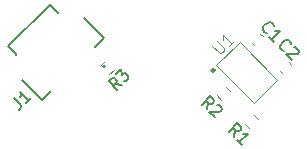
<source format=gbr>
%TF.GenerationSoftware,KiCad,Pcbnew,(7.0.0)*%
%TF.CreationDate,2023-03-07T16:38:13-05:00*%
%TF.ProjectId,laser-holder,6c617365-722d-4686-9f6c-6465722e6b69,A*%
%TF.SameCoordinates,Original*%
%TF.FileFunction,Legend,Top*%
%TF.FilePolarity,Positive*%
%FSLAX46Y46*%
G04 Gerber Fmt 4.6, Leading zero omitted, Abs format (unit mm)*
G04 Created by KiCad (PCBNEW (7.0.0)) date 2023-03-07 16:38:13*
%MOMM*%
%LPD*%
G01*
G04 APERTURE LIST*
%ADD10C,0.150000*%
%ADD11C,0.100000*%
%ADD12C,0.200000*%
%ADD13C,0.120000*%
%ADD14C,0.250000*%
G04 APERTURE END LIST*
D10*
%TO.C,J1*%
X132616968Y-98488373D02*
X133122044Y-98993449D01*
X133122044Y-98993449D02*
X133189388Y-99128136D01*
X133189388Y-99128136D02*
X133189388Y-99262823D01*
X133189388Y-99262823D02*
X133122044Y-99397510D01*
X133122044Y-99397510D02*
X133054701Y-99464853D01*
X134031182Y-98488372D02*
X133627121Y-98892433D01*
X133829151Y-98690403D02*
X133122044Y-97983296D01*
X133122044Y-97983296D02*
X133155716Y-98151655D01*
X133155716Y-98151655D02*
X133155716Y-98286342D01*
X133155716Y-98286342D02*
X133122044Y-98387357D01*
%TO.C,R2*%
X148906254Y-99440023D02*
X149007269Y-98867603D01*
X148502193Y-99035962D02*
X149209300Y-98328855D01*
X149209300Y-98328855D02*
X149478674Y-98598229D01*
X149478674Y-98598229D02*
X149512346Y-98699245D01*
X149512346Y-98699245D02*
X149512346Y-98766588D01*
X149512346Y-98766588D02*
X149478674Y-98867603D01*
X149478674Y-98867603D02*
X149377659Y-98968619D01*
X149377659Y-98968619D02*
X149276643Y-99002290D01*
X149276643Y-99002290D02*
X149209300Y-99002290D01*
X149209300Y-99002290D02*
X149108285Y-98968619D01*
X149108285Y-98968619D02*
X148838911Y-98699245D01*
X149815391Y-99069634D02*
X149882735Y-99069634D01*
X149882735Y-99069634D02*
X149983750Y-99103306D01*
X149983750Y-99103306D02*
X150152109Y-99271665D01*
X150152109Y-99271665D02*
X150185781Y-99372680D01*
X150185781Y-99372680D02*
X150185781Y-99440023D01*
X150185781Y-99440023D02*
X150152109Y-99541039D01*
X150152109Y-99541039D02*
X150084765Y-99608382D01*
X150084765Y-99608382D02*
X149950078Y-99675726D01*
X149950078Y-99675726D02*
X149141956Y-99675726D01*
X149141956Y-99675726D02*
X149579689Y-100113458D01*
%TO.C,R3*%
X141708652Y-97377628D02*
X141136232Y-97276613D01*
X141304591Y-97781689D02*
X140597484Y-97074582D01*
X140597484Y-97074582D02*
X140866858Y-96805208D01*
X140866858Y-96805208D02*
X140967874Y-96771536D01*
X140967874Y-96771536D02*
X141035217Y-96771536D01*
X141035217Y-96771536D02*
X141136232Y-96805208D01*
X141136232Y-96805208D02*
X141237248Y-96906223D01*
X141237248Y-96906223D02*
X141270919Y-97007239D01*
X141270919Y-97007239D02*
X141270919Y-97074582D01*
X141270919Y-97074582D02*
X141237248Y-97175597D01*
X141237248Y-97175597D02*
X140967874Y-97444971D01*
X141237248Y-96434819D02*
X141674981Y-95997086D01*
X141674981Y-95997086D02*
X141708652Y-96502162D01*
X141708652Y-96502162D02*
X141809668Y-96401147D01*
X141809668Y-96401147D02*
X141910683Y-96367475D01*
X141910683Y-96367475D02*
X141978026Y-96367475D01*
X141978026Y-96367475D02*
X142079042Y-96401147D01*
X142079042Y-96401147D02*
X142247400Y-96569506D01*
X142247400Y-96569506D02*
X142281072Y-96670521D01*
X142281072Y-96670521D02*
X142281072Y-96737865D01*
X142281072Y-96737865D02*
X142247400Y-96838880D01*
X142247400Y-96838880D02*
X142045370Y-97040910D01*
X142045370Y-97040910D02*
X141944355Y-97074582D01*
X141944355Y-97074582D02*
X141877011Y-97074582D01*
%TO.C,C2*%
X155489715Y-94474583D02*
X155422371Y-94474583D01*
X155422371Y-94474583D02*
X155287684Y-94407239D01*
X155287684Y-94407239D02*
X155220341Y-94339896D01*
X155220341Y-94339896D02*
X155152997Y-94205209D01*
X155152997Y-94205209D02*
X155152997Y-94070522D01*
X155152997Y-94070522D02*
X155186669Y-93969506D01*
X155186669Y-93969506D02*
X155287684Y-93801148D01*
X155287684Y-93801148D02*
X155388699Y-93700132D01*
X155388699Y-93700132D02*
X155557058Y-93599117D01*
X155557058Y-93599117D02*
X155658073Y-93565445D01*
X155658073Y-93565445D02*
X155792760Y-93565445D01*
X155792760Y-93565445D02*
X155927447Y-93632789D01*
X155927447Y-93632789D02*
X155994791Y-93700132D01*
X155994791Y-93700132D02*
X156062134Y-93834819D01*
X156062134Y-93834819D02*
X156062134Y-93902163D01*
X156331508Y-94171537D02*
X156398852Y-94171537D01*
X156398852Y-94171537D02*
X156499867Y-94205209D01*
X156499867Y-94205209D02*
X156668226Y-94373568D01*
X156668226Y-94373568D02*
X156701898Y-94474583D01*
X156701898Y-94474583D02*
X156701898Y-94541926D01*
X156701898Y-94541926D02*
X156668226Y-94642942D01*
X156668226Y-94642942D02*
X156600882Y-94710285D01*
X156600882Y-94710285D02*
X156466195Y-94777629D01*
X156466195Y-94777629D02*
X155658073Y-94777629D01*
X155658073Y-94777629D02*
X156095806Y-95215361D01*
D11*
%TO.C,U1*%
X149377526Y-94030758D02*
X149949946Y-94603178D01*
X149949946Y-94603178D02*
X150050961Y-94636850D01*
X150050961Y-94636850D02*
X150118305Y-94636850D01*
X150118305Y-94636850D02*
X150219320Y-94603178D01*
X150219320Y-94603178D02*
X150354007Y-94468491D01*
X150354007Y-94468491D02*
X150387679Y-94367476D01*
X150387679Y-94367476D02*
X150387679Y-94300132D01*
X150387679Y-94300132D02*
X150354007Y-94199117D01*
X150354007Y-94199117D02*
X149781587Y-93626697D01*
X151195801Y-93626697D02*
X150791740Y-94030758D01*
X150993770Y-93828728D02*
X150286664Y-93121621D01*
X150286664Y-93121621D02*
X150320335Y-93289980D01*
X150320335Y-93289980D02*
X150320335Y-93424667D01*
X150320335Y-93424667D02*
X150286664Y-93525682D01*
D10*
%TO.C,R1*%
X151206254Y-101740023D02*
X151307269Y-101167603D01*
X150802193Y-101335962D02*
X151509300Y-100628855D01*
X151509300Y-100628855D02*
X151778674Y-100898229D01*
X151778674Y-100898229D02*
X151812346Y-100999245D01*
X151812346Y-100999245D02*
X151812346Y-101066588D01*
X151812346Y-101066588D02*
X151778674Y-101167603D01*
X151778674Y-101167603D02*
X151677659Y-101268619D01*
X151677659Y-101268619D02*
X151576643Y-101302290D01*
X151576643Y-101302290D02*
X151509300Y-101302290D01*
X151509300Y-101302290D02*
X151408285Y-101268619D01*
X151408285Y-101268619D02*
X151138911Y-100999245D01*
X151879689Y-102413458D02*
X151475628Y-102009397D01*
X151677659Y-102211428D02*
X152384765Y-101504321D01*
X152384765Y-101504321D02*
X152216407Y-101537993D01*
X152216407Y-101537993D02*
X152081720Y-101537993D01*
X152081720Y-101537993D02*
X151980704Y-101504321D01*
%TO.C,C1*%
X153989715Y-92974583D02*
X153922371Y-92974583D01*
X153922371Y-92974583D02*
X153787684Y-92907239D01*
X153787684Y-92907239D02*
X153720341Y-92839896D01*
X153720341Y-92839896D02*
X153652997Y-92705209D01*
X153652997Y-92705209D02*
X153652997Y-92570522D01*
X153652997Y-92570522D02*
X153686669Y-92469506D01*
X153686669Y-92469506D02*
X153787684Y-92301148D01*
X153787684Y-92301148D02*
X153888699Y-92200132D01*
X153888699Y-92200132D02*
X154057058Y-92099117D01*
X154057058Y-92099117D02*
X154158073Y-92065445D01*
X154158073Y-92065445D02*
X154292760Y-92065445D01*
X154292760Y-92065445D02*
X154427447Y-92132789D01*
X154427447Y-92132789D02*
X154494791Y-92200132D01*
X154494791Y-92200132D02*
X154562134Y-92334819D01*
X154562134Y-92334819D02*
X154562134Y-92402163D01*
X154595806Y-93715361D02*
X154191745Y-93311300D01*
X154393776Y-93513331D02*
X155100882Y-92806224D01*
X155100882Y-92806224D02*
X154932524Y-92839896D01*
X154932524Y-92839896D02*
X154797837Y-92839896D01*
X154797837Y-92839896D02*
X154696821Y-92806224D01*
D12*
%TO.C,J1*%
X140185623Y-93394454D02*
X138488567Y-91697398D01*
X140185623Y-93394454D02*
X139443161Y-94136916D01*
X136367247Y-91202423D02*
X136331891Y-91237779D01*
X136331891Y-91237779D02*
X135660140Y-90566027D01*
X135660140Y-90566027D02*
X132124606Y-94101561D01*
X132796358Y-94773312D02*
X132124606Y-94101561D01*
X132761002Y-94808668D02*
X132796358Y-94773312D01*
X134953033Y-98627044D02*
X135695495Y-97884582D01*
X134953033Y-98627044D02*
X133255977Y-96929988D01*
X140292694Y-95805688D02*
G75*
G03*
X140292694Y-95805688I-100000J0D01*
G01*
D13*
%TO.C,R2*%
X149762381Y-98242728D02*
X150122615Y-98602962D01*
X150501307Y-97503802D02*
X150861541Y-97864036D01*
%TO.C,R3*%
X141016306Y-96089346D02*
X140656072Y-96449580D01*
X140277380Y-95350420D02*
X139917146Y-95710654D01*
%TO.C,C2*%
X156040657Y-95660829D02*
X155833804Y-95453976D01*
X155319408Y-96382078D02*
X155112555Y-96175225D01*
%TO.C,U1*%
D14*
X149569365Y-96131371D02*
G75*
G03*
X149569365Y-96131371I-125000J0D01*
G01*
D11*
X149727208Y-95707107D02*
X151707107Y-93727208D01*
X151707107Y-93727208D02*
X154889087Y-96909188D01*
X154889087Y-96909188D02*
X152909188Y-98889087D01*
X152909188Y-98889087D02*
X149727208Y-95707107D01*
D13*
%TO.C,R1*%
X153261541Y-100264036D02*
X152901307Y-99903802D01*
X152522615Y-101002962D02*
X152162381Y-100642728D01*
%TO.C,C1*%
X152919408Y-93982078D02*
X152712555Y-93775225D01*
X153640657Y-93260829D02*
X153433804Y-93053976D01*
%TD*%
M02*

</source>
